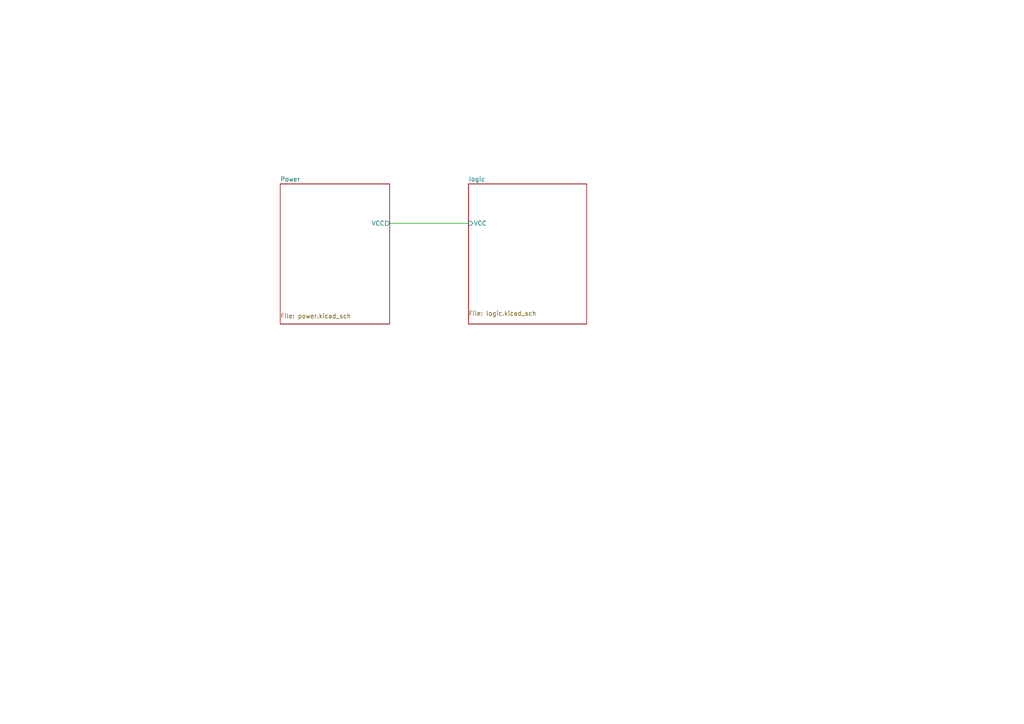
<source format=kicad_sch>
(kicad_sch (version 20230409) (generator eeschema)
  (paper "A4")
  (lib_symbols)
  (wire (pts (xy 113.03 64.77) (xy 135.89 64.77)))
  (sheet (at 81.28 53.34) (size 31.75 40.64)
    (property "Sheetname" "Power" (at 81.28 52.7045 0) (effects (justify left bottom)))
    (property "Sheetfile" "power.kicad_sch" (at 81.28 90.9325 0) (effects (justify left top)))
    (pin "VCC" output (at 113.03 64.77 0))
  )
  (sheet (at 135.89 53.34) (size 34.29 40.64)
    (property "Sheetname" "logic" (at 135.89 52.7045 0) (effects (justify left bottom)))
    (property "Sheetfile" "logic.kicad_sch" (at 135.89 90.1705 0) (effects (justify left top)))
    (pin "VCC" input (at 135.89 64.77 180))
  )
)
</source>
